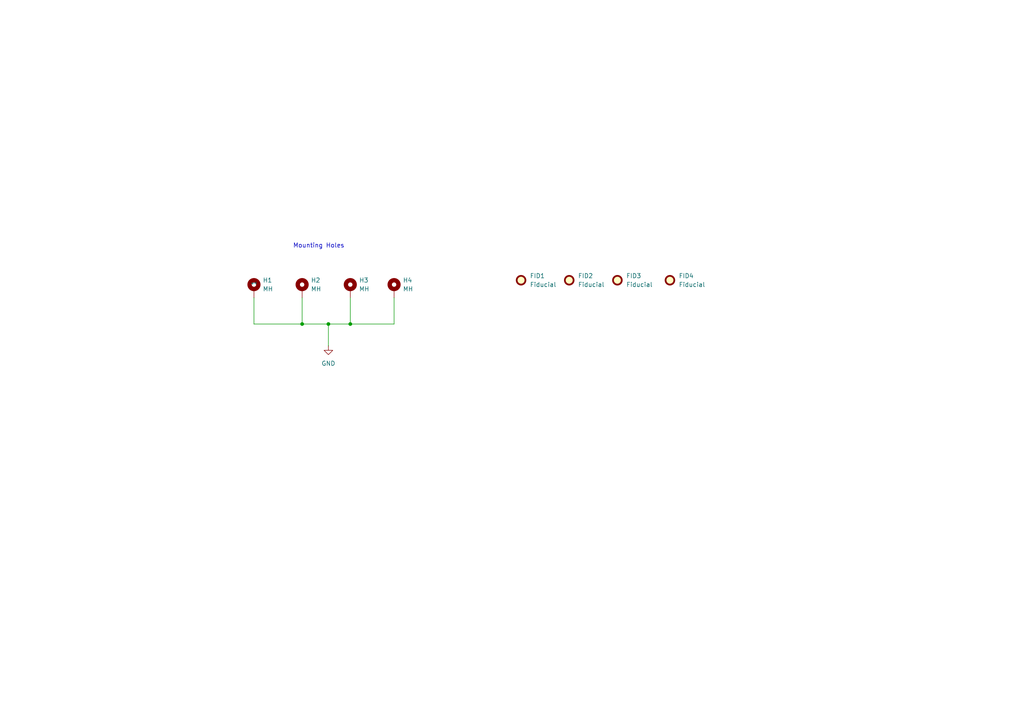
<source format=kicad_sch>
(kicad_sch
	(version 20250114)
	(generator "eeschema")
	(generator_version "9.0")
	(uuid "bdb41ece-e94a-4a29-9071-8c61caf4441e")
	(paper "A4")
	(lib_symbols
		(symbol "Mechanical:Fiducial"
			(exclude_from_sim no)
			(in_bom no)
			(on_board yes)
			(property "Reference" "FID"
				(at 0 5.08 0)
				(effects
					(font
						(size 1.27 1.27)
					)
				)
			)
			(property "Value" "Fiducial"
				(at 0 3.175 0)
				(effects
					(font
						(size 1.27 1.27)
					)
				)
			)
			(property "Footprint" ""
				(at 0 0 0)
				(effects
					(font
						(size 1.27 1.27)
					)
					(hide yes)
				)
			)
			(property "Datasheet" "~"
				(at 0 0 0)
				(effects
					(font
						(size 1.27 1.27)
					)
					(hide yes)
				)
			)
			(property "Description" "Fiducial Marker"
				(at 0 0 0)
				(effects
					(font
						(size 1.27 1.27)
					)
					(hide yes)
				)
			)
			(property "ki_keywords" "fiducial marker"
				(at 0 0 0)
				(effects
					(font
						(size 1.27 1.27)
					)
					(hide yes)
				)
			)
			(property "ki_fp_filters" "Fiducial*"
				(at 0 0 0)
				(effects
					(font
						(size 1.27 1.27)
					)
					(hide yes)
				)
			)
			(symbol "Fiducial_0_1"
				(circle
					(center 0 0)
					(radius 1.27)
					(stroke
						(width 0.508)
						(type default)
					)
					(fill
						(type background)
					)
				)
			)
			(embedded_fonts no)
		)
		(symbol "Mechanical:MountingHole_Pad"
			(pin_numbers
				(hide yes)
			)
			(pin_names
				(offset 1.016)
				(hide yes)
			)
			(exclude_from_sim no)
			(in_bom no)
			(on_board yes)
			(property "Reference" "H"
				(at 0 6.35 0)
				(effects
					(font
						(size 1.27 1.27)
					)
				)
			)
			(property "Value" "MountingHole_Pad"
				(at 0 4.445 0)
				(effects
					(font
						(size 1.27 1.27)
					)
				)
			)
			(property "Footprint" ""
				(at 0 0 0)
				(effects
					(font
						(size 1.27 1.27)
					)
					(hide yes)
				)
			)
			(property "Datasheet" "~"
				(at 0 0 0)
				(effects
					(font
						(size 1.27 1.27)
					)
					(hide yes)
				)
			)
			(property "Description" "Mounting Hole with connection"
				(at 0 0 0)
				(effects
					(font
						(size 1.27 1.27)
					)
					(hide yes)
				)
			)
			(property "ki_keywords" "mounting hole"
				(at 0 0 0)
				(effects
					(font
						(size 1.27 1.27)
					)
					(hide yes)
				)
			)
			(property "ki_fp_filters" "MountingHole*Pad*"
				(at 0 0 0)
				(effects
					(font
						(size 1.27 1.27)
					)
					(hide yes)
				)
			)
			(symbol "MountingHole_Pad_0_1"
				(circle
					(center 0 1.27)
					(radius 1.27)
					(stroke
						(width 1.27)
						(type default)
					)
					(fill
						(type none)
					)
				)
			)
			(symbol "MountingHole_Pad_1_1"
				(pin input line
					(at 0 -2.54 90)
					(length 2.54)
					(name "1"
						(effects
							(font
								(size 1.27 1.27)
							)
						)
					)
					(number "1"
						(effects
							(font
								(size 1.27 1.27)
							)
						)
					)
				)
			)
			(embedded_fonts no)
		)
		(symbol "MountingHole_Pad_1"
			(pin_numbers
				(hide yes)
			)
			(pin_names
				(offset 1.016)
			)
			(exclude_from_sim no)
			(in_bom no)
			(on_board yes)
			(property "Reference" "H"
				(at 0 6.35 0)
				(effects
					(font
						(size 1.27 1.27)
					)
				)
			)
			(property "Value" "MountingHole_Pad"
				(at 0 4.445 0)
				(effects
					(font
						(size 1.27 1.27)
					)
				)
			)
			(property "Footprint" ""
				(at 0 0 0)
				(effects
					(font
						(size 1.27 1.27)
					)
					(hide yes)
				)
			)
			(property "Datasheet" "~"
				(at 0 0 0)
				(effects
					(font
						(size 1.27 1.27)
					)
					(hide yes)
				)
			)
			(property "Description" "Mounting Hole with connection"
				(at 0 0 0)
				(effects
					(font
						(size 1.27 1.27)
					)
					(hide yes)
				)
			)
			(property "ki_keywords" "mounting hole"
				(at 0 0 0)
				(effects
					(font
						(size 1.27 1.27)
					)
					(hide yes)
				)
			)
			(property "ki_fp_filters" "MountingHole*Pad*"
				(at 0 0 0)
				(effects
					(font
						(size 1.27 1.27)
					)
					(hide yes)
				)
			)
			(symbol "MountingHole_Pad_1_0_1"
				(circle
					(center 0 1.27)
					(radius 1.27)
					(stroke
						(width 1.27)
						(type default)
					)
					(fill
						(type none)
					)
				)
			)
			(symbol "MountingHole_Pad_1_1_1"
				(pin input line
					(at 0 -2.54 90)
					(length 2.54)
					(name "1"
						(effects
							(font
								(size 1.27 1.27)
							)
						)
					)
					(number "1"
						(effects
							(font
								(size 1.27 1.27)
							)
						)
					)
				)
			)
			(embedded_fonts no)
		)
		(symbol "power:GND"
			(power)
			(pin_numbers
				(hide yes)
			)
			(pin_names
				(offset 0)
				(hide yes)
			)
			(exclude_from_sim no)
			(in_bom yes)
			(on_board yes)
			(property "Reference" "#PWR"
				(at 0 -6.35 0)
				(effects
					(font
						(size 1.27 1.27)
					)
					(hide yes)
				)
			)
			(property "Value" "GND"
				(at 0 -3.81 0)
				(effects
					(font
						(size 1.27 1.27)
					)
				)
			)
			(property "Footprint" ""
				(at 0 0 0)
				(effects
					(font
						(size 1.27 1.27)
					)
					(hide yes)
				)
			)
			(property "Datasheet" ""
				(at 0 0 0)
				(effects
					(font
						(size 1.27 1.27)
					)
					(hide yes)
				)
			)
			(property "Description" "Power symbol creates a global label with name \"GND\" , ground"
				(at 0 0 0)
				(effects
					(font
						(size 1.27 1.27)
					)
					(hide yes)
				)
			)
			(property "ki_keywords" "global power"
				(at 0 0 0)
				(effects
					(font
						(size 1.27 1.27)
					)
					(hide yes)
				)
			)
			(symbol "GND_0_1"
				(polyline
					(pts
						(xy 0 0) (xy 0 -1.27) (xy 1.27 -1.27) (xy 0 -2.54) (xy -1.27 -1.27) (xy 0 -1.27)
					)
					(stroke
						(width 0)
						(type default)
					)
					(fill
						(type none)
					)
				)
			)
			(symbol "GND_1_1"
				(pin power_in line
					(at 0 0 270)
					(length 0)
					(name "~"
						(effects
							(font
								(size 1.27 1.27)
							)
						)
					)
					(number "1"
						(effects
							(font
								(size 1.27 1.27)
							)
						)
					)
				)
			)
			(embedded_fonts no)
		)
	)
	(text "Mounting Holes"
		(exclude_from_sim no)
		(at 92.456 71.374 0)
		(effects
			(font
				(size 1.27 1.27)
			)
		)
		(uuid "21e89682-5d82-483e-9130-5927719d2ced")
	)
	(junction
		(at 95.25 93.98)
		(diameter 0)
		(color 0 0 0 0)
		(uuid "31ddecf1-47ae-4d79-853e-4f28e84917ea")
	)
	(junction
		(at 101.6 93.98)
		(diameter 0)
		(color 0 0 0 0)
		(uuid "682b30d8-e304-49a2-9b60-2de2630974e2")
	)
	(junction
		(at 87.63 93.98)
		(diameter 0)
		(color 0 0 0 0)
		(uuid "6999433d-fa6a-4193-b9e6-a17a230a68e0")
	)
	(wire
		(pts
			(xy 73.66 93.98) (xy 87.63 93.98)
		)
		(stroke
			(width 0)
			(type default)
		)
		(uuid "0cdbafd8-274e-4db2-ade0-65156f2d0c68")
	)
	(wire
		(pts
			(xy 95.25 93.98) (xy 101.6 93.98)
		)
		(stroke
			(width 0)
			(type default)
		)
		(uuid "144fb766-0534-45dc-91d4-661ff449c180")
	)
	(wire
		(pts
			(xy 95.25 100.33) (xy 95.25 93.98)
		)
		(stroke
			(width 0)
			(type default)
		)
		(uuid "14b908b0-a682-4ff0-a13b-fc48f5b26aaf")
	)
	(wire
		(pts
			(xy 73.66 86.36) (xy 73.66 93.98)
		)
		(stroke
			(width 0)
			(type default)
		)
		(uuid "46b5e2e4-139c-4edc-87b8-c39951c5d41c")
	)
	(wire
		(pts
			(xy 101.6 93.98) (xy 114.3 93.98)
		)
		(stroke
			(width 0)
			(type default)
		)
		(uuid "4d47b3ac-65ca-45cd-82ee-f4c0a89a2a03")
	)
	(wire
		(pts
			(xy 101.6 86.36) (xy 101.6 93.98)
		)
		(stroke
			(width 0)
			(type default)
		)
		(uuid "4f9fe2b1-1ed3-4626-872b-9e26043710d3")
	)
	(wire
		(pts
			(xy 114.3 86.36) (xy 114.3 93.98)
		)
		(stroke
			(width 0)
			(type default)
		)
		(uuid "6eeb05cf-74e9-4a66-861a-d30d5d640a2f")
	)
	(wire
		(pts
			(xy 87.63 93.98) (xy 95.25 93.98)
		)
		(stroke
			(width 0)
			(type default)
		)
		(uuid "c4d02a2d-e926-4674-af11-90e301b76475")
	)
	(wire
		(pts
			(xy 87.63 86.36) (xy 87.63 93.98)
		)
		(stroke
			(width 0)
			(type default)
		)
		(uuid "cd6d8100-0c7a-4f3a-aa21-15d39f1490ad")
	)
	(symbol
		(lib_name "MountingHole_Pad_1")
		(lib_id "Mechanical:MountingHole_Pad")
		(at 73.66 83.82 0)
		(unit 1)
		(exclude_from_sim no)
		(in_bom no)
		(on_board yes)
		(dnp no)
		(fields_autoplaced yes)
		(uuid "101cf405-7c06-4674-99aa-c4bd1fc6895d")
		(property "Reference" "H1"
			(at 76.2 81.2799 0)
			(effects
				(font
					(size 1.27 1.27)
				)
				(justify left)
			)
		)
		(property "Value" "MH"
			(at 76.2 83.8199 0)
			(effects
				(font
					(size 1.27 1.27)
				)
				(justify left)
			)
		)
		(property "Footprint" "MountingHole:MountingHole_2.5mm_Pad"
			(at 73.66 83.82 0)
			(effects
				(font
					(size 1.27 1.27)
				)
				(hide yes)
			)
		)
		(property "Datasheet" "~"
			(at 73.66 83.82 0)
			(effects
				(font
					(size 1.27 1.27)
				)
				(hide yes)
			)
		)
		(property "Description" "Mounting Hole with connection"
			(at 73.66 83.82 0)
			(effects
				(font
					(size 1.27 1.27)
				)
				(hide yes)
			)
		)
		(pin "1"
			(uuid "177cf819-0daf-40a3-a756-d52ab34d13f1")
		)
		(instances
			(project ""
				(path "/0f1f8799-224b-47cb-ac3d-31f73aa682aa/e6b25c26-8215-4786-a968-79e7a912433d"
					(reference "H1")
					(unit 1)
				)
			)
		)
	)
	(symbol
		(lib_id "Mechanical:Fiducial")
		(at 194.31 81.28 0)
		(unit 1)
		(exclude_from_sim no)
		(in_bom no)
		(on_board yes)
		(dnp no)
		(fields_autoplaced yes)
		(uuid "1ebbd8b7-9335-45a1-983e-497deeb2dbb4")
		(property "Reference" "FID4"
			(at 196.85 80.0099 0)
			(effects
				(font
					(size 1.27 1.27)
				)
				(justify left)
			)
		)
		(property "Value" "Fiducial"
			(at 196.85 82.5499 0)
			(effects
				(font
					(size 1.27 1.27)
				)
				(justify left)
			)
		)
		(property "Footprint" "Fiducial:Fiducial_1.5mm_Mask3mm"
			(at 194.31 81.28 0)
			(effects
				(font
					(size 1.27 1.27)
				)
				(hide yes)
			)
		)
		(property "Datasheet" "~"
			(at 194.31 81.28 0)
			(effects
				(font
					(size 1.27 1.27)
				)
				(hide yes)
			)
		)
		(property "Description" "Fiducial Marker"
			(at 194.31 81.28 0)
			(effects
				(font
					(size 1.27 1.27)
				)
				(hide yes)
			)
		)
		(instances
			(project "555 Astable multivibrator"
				(path "/0f1f8799-224b-47cb-ac3d-31f73aa682aa/e6b25c26-8215-4786-a968-79e7a912433d"
					(reference "FID4")
					(unit 1)
				)
			)
		)
	)
	(symbol
		(lib_id "power:GND")
		(at 95.25 100.33 0)
		(unit 1)
		(exclude_from_sim no)
		(in_bom yes)
		(on_board yes)
		(dnp no)
		(fields_autoplaced yes)
		(uuid "24f1fb43-fc95-4f1f-8ff4-04ff1360c2b1")
		(property "Reference" "#PWR01"
			(at 95.25 106.68 0)
			(effects
				(font
					(size 1.27 1.27)
				)
				(hide yes)
			)
		)
		(property "Value" "GND"
			(at 95.25 105.41 0)
			(effects
				(font
					(size 1.27 1.27)
				)
			)
		)
		(property "Footprint" ""
			(at 95.25 100.33 0)
			(effects
				(font
					(size 1.27 1.27)
				)
				(hide yes)
			)
		)
		(property "Datasheet" ""
			(at 95.25 100.33 0)
			(effects
				(font
					(size 1.27 1.27)
				)
				(hide yes)
			)
		)
		(property "Description" "Power symbol creates a global label with name \"GND\" , ground"
			(at 95.25 100.33 0)
			(effects
				(font
					(size 1.27 1.27)
				)
				(hide yes)
			)
		)
		(pin "1"
			(uuid "057dde00-eb4c-4bb6-9c81-717aed168a6b")
		)
		(instances
			(project ""
				(path "/0f1f8799-224b-47cb-ac3d-31f73aa682aa/e6b25c26-8215-4786-a968-79e7a912433d"
					(reference "#PWR01")
					(unit 1)
				)
			)
		)
	)
	(symbol
		(lib_id "Mechanical:Fiducial")
		(at 179.07 81.28 0)
		(unit 1)
		(exclude_from_sim no)
		(in_bom no)
		(on_board yes)
		(dnp no)
		(fields_autoplaced yes)
		(uuid "60fc85b4-0327-496d-9d53-64ac4ce8cab9")
		(property "Reference" "FID3"
			(at 181.61 80.0099 0)
			(effects
				(font
					(size 1.27 1.27)
				)
				(justify left)
			)
		)
		(property "Value" "Fiducial"
			(at 181.61 82.5499 0)
			(effects
				(font
					(size 1.27 1.27)
				)
				(justify left)
			)
		)
		(property "Footprint" "Fiducial:Fiducial_1.5mm_Mask3mm"
			(at 179.07 81.28 0)
			(effects
				(font
					(size 1.27 1.27)
				)
				(hide yes)
			)
		)
		(property "Datasheet" "~"
			(at 179.07 81.28 0)
			(effects
				(font
					(size 1.27 1.27)
				)
				(hide yes)
			)
		)
		(property "Description" "Fiducial Marker"
			(at 179.07 81.28 0)
			(effects
				(font
					(size 1.27 1.27)
				)
				(hide yes)
			)
		)
		(instances
			(project "555 Astable multivibrator"
				(path "/0f1f8799-224b-47cb-ac3d-31f73aa682aa/e6b25c26-8215-4786-a968-79e7a912433d"
					(reference "FID3")
					(unit 1)
				)
			)
		)
	)
	(symbol
		(lib_id "Mechanical:Fiducial")
		(at 151.13 81.28 0)
		(unit 1)
		(exclude_from_sim no)
		(in_bom no)
		(on_board yes)
		(dnp no)
		(fields_autoplaced yes)
		(uuid "8910346b-53e6-40f2-9ebf-12a206deb862")
		(property "Reference" "FID1"
			(at 153.67 80.0099 0)
			(effects
				(font
					(size 1.27 1.27)
				)
				(justify left)
			)
		)
		(property "Value" "Fiducial"
			(at 153.67 82.5499 0)
			(effects
				(font
					(size 1.27 1.27)
				)
				(justify left)
			)
		)
		(property "Footprint" "Fiducial:Fiducial_1.5mm_Mask3mm"
			(at 151.13 81.28 0)
			(effects
				(font
					(size 1.27 1.27)
				)
				(hide yes)
			)
		)
		(property "Datasheet" "~"
			(at 151.13 81.28 0)
			(effects
				(font
					(size 1.27 1.27)
				)
				(hide yes)
			)
		)
		(property "Description" "Fiducial Marker"
			(at 151.13 81.28 0)
			(effects
				(font
					(size 1.27 1.27)
				)
				(hide yes)
			)
		)
		(instances
			(project ""
				(path "/0f1f8799-224b-47cb-ac3d-31f73aa682aa/e6b25c26-8215-4786-a968-79e7a912433d"
					(reference "FID1")
					(unit 1)
				)
			)
		)
	)
	(symbol
		(lib_id "Mechanical:MountingHole_Pad")
		(at 101.6 83.82 0)
		(unit 1)
		(exclude_from_sim no)
		(in_bom no)
		(on_board yes)
		(dnp no)
		(fields_autoplaced yes)
		(uuid "a4188cfa-d973-4415-ad6f-1d2cc5bd3b80")
		(property "Reference" "H3"
			(at 104.14 81.2799 0)
			(effects
				(font
					(size 1.27 1.27)
				)
				(justify left)
			)
		)
		(property "Value" "MH"
			(at 104.14 83.8199 0)
			(effects
				(font
					(size 1.27 1.27)
				)
				(justify left)
			)
		)
		(property "Footprint" "MountingHole:MountingHole_2.5mm_Pad"
			(at 101.6 83.82 0)
			(effects
				(font
					(size 1.27 1.27)
				)
				(hide yes)
			)
		)
		(property "Datasheet" "~"
			(at 101.6 83.82 0)
			(effects
				(font
					(size 1.27 1.27)
				)
				(hide yes)
			)
		)
		(property "Description" "Mounting Hole with connection"
			(at 101.6 83.82 0)
			(effects
				(font
					(size 1.27 1.27)
				)
				(hide yes)
			)
		)
		(pin "1"
			(uuid "990e7d9c-7738-4946-a384-48d585e512f2")
		)
		(instances
			(project "555 Astable multivibrator"
				(path "/0f1f8799-224b-47cb-ac3d-31f73aa682aa/e6b25c26-8215-4786-a968-79e7a912433d"
					(reference "H3")
					(unit 1)
				)
			)
		)
	)
	(symbol
		(lib_id "Mechanical:MountingHole_Pad")
		(at 87.63 83.82 0)
		(unit 1)
		(exclude_from_sim no)
		(in_bom no)
		(on_board yes)
		(dnp no)
		(fields_autoplaced yes)
		(uuid "c7eaeceb-8b5e-4eea-b69f-b6f66c5e835d")
		(property "Reference" "H2"
			(at 90.17 81.2799 0)
			(effects
				(font
					(size 1.27 1.27)
				)
				(justify left)
			)
		)
		(property "Value" "MH"
			(at 90.17 83.8199 0)
			(effects
				(font
					(size 1.27 1.27)
				)
				(justify left)
			)
		)
		(property "Footprint" "MountingHole:MountingHole_2.5mm_Pad"
			(at 87.63 83.82 0)
			(effects
				(font
					(size 1.27 1.27)
				)
				(hide yes)
			)
		)
		(property "Datasheet" "~"
			(at 87.63 83.82 0)
			(effects
				(font
					(size 1.27 1.27)
				)
				(hide yes)
			)
		)
		(property "Description" "Mounting Hole with connection"
			(at 87.63 83.82 0)
			(effects
				(font
					(size 1.27 1.27)
				)
				(hide yes)
			)
		)
		(pin "1"
			(uuid "6e4bf596-3693-482f-9f64-9ec6206a0cc6")
		)
		(instances
			(project "555 Astable multivibrator"
				(path "/0f1f8799-224b-47cb-ac3d-31f73aa682aa/e6b25c26-8215-4786-a968-79e7a912433d"
					(reference "H2")
					(unit 1)
				)
			)
		)
	)
	(symbol
		(lib_id "Mechanical:Fiducial")
		(at 165.1 81.28 0)
		(unit 1)
		(exclude_from_sim no)
		(in_bom no)
		(on_board yes)
		(dnp no)
		(fields_autoplaced yes)
		(uuid "e1d62ee1-9f25-4ec8-8916-87a1fa5cd55a")
		(property "Reference" "FID2"
			(at 167.64 80.0099 0)
			(effects
				(font
					(size 1.27 1.27)
				)
				(justify left)
			)
		)
		(property "Value" "Fiducial"
			(at 167.64 82.5499 0)
			(effects
				(font
					(size 1.27 1.27)
				)
				(justify left)
			)
		)
		(property "Footprint" "Fiducial:Fiducial_1.5mm_Mask3mm"
			(at 165.1 81.28 0)
			(effects
				(font
					(size 1.27 1.27)
				)
				(hide yes)
			)
		)
		(property "Datasheet" "~"
			(at 165.1 81.28 0)
			(effects
				(font
					(size 1.27 1.27)
				)
				(hide yes)
			)
		)
		(property "Description" "Fiducial Marker"
			(at 165.1 81.28 0)
			(effects
				(font
					(size 1.27 1.27)
				)
				(hide yes)
			)
		)
		(instances
			(project "555 Astable multivibrator"
				(path "/0f1f8799-224b-47cb-ac3d-31f73aa682aa/e6b25c26-8215-4786-a968-79e7a912433d"
					(reference "FID2")
					(unit 1)
				)
			)
		)
	)
	(symbol
		(lib_id "Mechanical:MountingHole_Pad")
		(at 114.3 83.82 0)
		(unit 1)
		(exclude_from_sim no)
		(in_bom no)
		(on_board yes)
		(dnp no)
		(fields_autoplaced yes)
		(uuid "e6d52efe-9fe0-4d9a-a691-9cdc220ffd30")
		(property "Reference" "H4"
			(at 116.84 81.2799 0)
			(effects
				(font
					(size 1.27 1.27)
				)
				(justify left)
			)
		)
		(property "Value" "MH"
			(at 116.84 83.8199 0)
			(effects
				(font
					(size 1.27 1.27)
				)
				(justify left)
			)
		)
		(property "Footprint" "MountingHole:MountingHole_2.5mm_Pad"
			(at 114.3 83.82 0)
			(effects
				(font
					(size 1.27 1.27)
				)
				(hide yes)
			)
		)
		(property "Datasheet" "~"
			(at 114.3 83.82 0)
			(effects
				(font
					(size 1.27 1.27)
				)
				(hide yes)
			)
		)
		(property "Description" "Mounting Hole with connection"
			(at 114.3 83.82 0)
			(effects
				(font
					(size 1.27 1.27)
				)
				(hide yes)
			)
		)
		(pin "1"
			(uuid "3903ae47-5fdb-46c6-b652-4bfc2867e103")
		)
		(instances
			(project "555 Astable multivibrator"
				(path "/0f1f8799-224b-47cb-ac3d-31f73aa682aa/e6b25c26-8215-4786-a968-79e7a912433d"
					(reference "H4")
					(unit 1)
				)
			)
		)
	)
)

</source>
